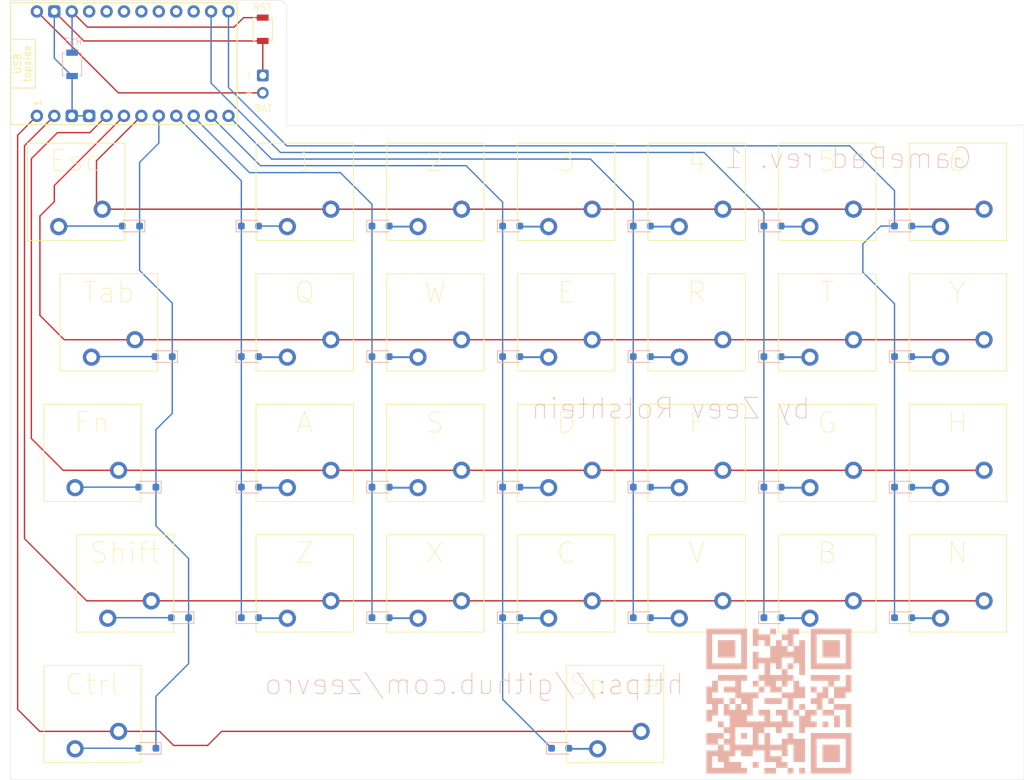
<source format=kicad_pcb>
(kicad_pcb (version 20240108) (generator "pcbnew") (generator_version "8.0")
  (layers (0 "F.Cu" signal) (31 "B.Cu" signal) (34 "B.Paste" user) (35 "F.Paste" user) (36 "B.SilkS" user "B.Silkscreen") (37 "F.SilkS" user "F.Silkscreen") (38 "B.Mask" user) (39 "F.Mask" user) (44 "Edge.Cuts" user))
  (net 0 "")
  (net 1 "Net-(D1-A)")
  (net 2 "/col1")
  (net 3 "/col2")
  (net 4 "Net-(D2-A)")
  (net 5 "Net-(D3-A)")
  (net 6 "/col3")
  (net 7 "/col4")
  (net 8 "Net-(D4-A)")
  (net 9 "/col5")
  (net 10 "Net-(D5-A)")
  (net 11 "/col6")
  (net 12 "Net-(D6-A)")
  (net 13 "Net-(D7-A)")
  (net 14 "/col7")
  (net 15 "Net-(D8-A)")
  (net 16 "Net-(D9-A)")
  (net 17 "Net-(D10-A)")
  (net 18 "Net-(D11-A)")
  (net 19 "Net-(D12-A)")
  (net 20 "Net-(D13-A)")
  (net 21 "Net-(D14-A)")
  (net 22 "Net-(D15-A)")
  (net 23 "Net-(D16-A)")
  (net 24 "Net-(D17-A)")
  (net 25 "Net-(D18-A)")
  (net 26 "Net-(D19-A)")
  (net 27 "Net-(D20-A)")
  (net 28 "Net-(D21-A)")
  (net 29 "Net-(D22-A)")
  (net 30 "Net-(D23-A)")
  (net 31 "Net-(D24-A)")
  (net 32 "Net-(D25-A)")
  (net 33 "Net-(D26-A)")
  (net 34 "Net-(D27-A)")
  (net 35 "Net-(D28-A)")
  (net 36 "Net-(D29-A)")
  (net 37 "Net-(D30-A)")
  (net 38 "/row1")
  (net 39 "/row2")
  (net 40 "/row3")
  (net 41 "/row4")
  (net 42 "/row5")
  (net 43 "Net-(BT1-+)")
  (net 46 "GND")
  (net 48 "Net-(U1-RST)")
  (footprint "MountingHole:MountingHole_3.2mm_M3" (layer "F.Cu") (at 96 60)
    (property "Reference" "MH1" (hide yes))
    (property "Value" "MountingHole_3.2mm_M3" (hide yes))
  )
  (footprint "PCM_Switch_Keyboard_Cherry_MX:SW_Cherry_MX_PCB_1.00u" (layer "F.Cu") (at 150.7236 99.06 180)
    (property "Reference" "SW18" (hide yes))
    (property "Value" "D")
  )
  (footprint "PCM_Switch_Keyboard_Cherry_MX:SW_Cherry_MX_PCB_1.00u" (layer "F.Cu") (at 131.6736 60.96 180)
    (property "Reference" "SW3" (hide yes))
    (property "Value" "2")
  )
  (footprint "PCM_Switch_Keyboard_Cherry_MX:SW_Cherry_MX_PCB_1.00u" (layer "F.Cu") (at 150.7236 60.96 180)
    (property "Reference" "SW4" (hide yes))
    (property "Value" "3")
  )
  (footprint "PCM_Switch_Keyboard_Cherry_MX:SW_Cherry_MX_PCB_1.00u" (layer "F.Cu") (at 207.8736 99.06 180)
    (property "Reference" "SW21" (hide yes))
    (property "Value" "H")
  )
  (footprint "PCM_Switch_Keyboard_Cherry_MX:SW_Cherry_MX_PCB_1.00u" (layer "F.Cu") (at 112.6236 60.96 180)
    (property "Reference" "SW2" (hide yes))
    (property "Value" "1")
  )
  (footprint "PCM_Switch_Keyboard_Cherry_MX:SW_Cherry_MX_PCB_1.00u" (layer "F.Cu") (at 150.7236 118.11 180)
    (property "Reference" "SW25" (hide yes))
    (property "Value" "C")
  )
  (footprint "PCM_Switch_Keyboard_Cherry_MX:SW_Cherry_MX_PCB_1.50u" (layer "F.Cu") (at 84.0486 80.01 180)
    (property "Reference" "SW8" (hide yes))
    (property "Value" "Tab")
  )
  (footprint "PCM_Switch_Keyboard_Cherry_MX:SW_Cherry_MX_PCB_1.00u" (layer "F.Cu") (at 207.8736 60.96 180)
    (property "Reference" "SW7" (hide yes))
    (property "Value" "6")
  )
  (footprint "PCM_Switch_Keyboard_Cherry_MX:SW_Cherry_MX_PCB_1.00u" (layer "F.Cu") (at 188.8236 99.06 180)
    (property "Reference" "SW20" (hide yes))
    (property "Value" "G")
  )
  (footprint "PCM_Switch_Keyboard_Cherry_MX:SW_Cherry_MX_PCB_1.00u" (layer "F.Cu") (at 112.6236 118.11 180)
    (property "Reference" "SW23" (hide yes))
    (property "Value" "Z")
  )
  (footprint "PCM_Switch_Keyboard_Cherry_MX:SW_Cherry_MX_PCB_1.00u" (layer "F.Cu") (at 207.8736 80.01 180)
    (property "Reference" "SW14" (hide yes))
    (property "Value" "Y")
  )
  (footprint "PCM_Switch_Keyboard_Cherry_MX:SW_Cherry_MX_PCB_1.25u" (layer "F.Cu") (at 81.66735 137.16 180)
    (property "Reference" "SW29" (hide yes))
    (property "Value" "Ctrl")
  )
  (footprint "PCM_Switch_Keyboard_Cherry_MX:SW_Cherry_MX_PCB_1.00u" (layer "F.Cu") (at 131.6736 118.11 180)
    (property "Reference" "SW24" (hide yes))
    (property "Value" "X")
  )
  (footprint "PCM_Switch_Keyboard_Cherry_MX:SW_Cherry_MX_PCB_1.00u" (layer "F.Cu") (at 150.7236 80.01 180)
    (property "Reference" "SW11" (hide yes))
    (property "Value" "E")
  )
  (footprint "PCM_Switch_Keyboard_Cherry_MX:SW_Cherry_MX_PCB_1.00u" (layer "F.Cu") (at 169.7736 99.06 180)
    (property "Reference" "SW19" (hide yes))
    (property "Value" "F")
  )
  (footprint "PCM_Switch_Keyboard_Cherry_MX:SW_Cherry_MX_PCB_1.00u" (layer "F.Cu") (at 207.8736 118.11 180)
    (property "Reference" "SW28" (hide yes))
    (property "Value" "N")
  )
  (footprint "PCM_Switch_Keyboard_Cherry_MX:SW_Cherry_MX_PCB_6.25u" (layer "F.Cu") (at 157.86735 137.16 180)
    (property "Reference" "SW30" (hide yes))
    (property "Value" "Space")
  )
  (footprint "PCM_Switch_Keyboard_Cherry_MX:SW_Cherry_MX_PCB_1.00u" (layer "F.Cu") (at 188.8236 80.01 180)
    (property "Reference" "SW13" (hide yes))
    (property "Value" "T")
  )
  (footprint "PCM_Switch_Keyboard_Cherry_MX:SW_Cherry_MX_PCB_1.00u" (layer "F.Cu") (at 112.6236 99.06 180)
    (property "Reference" "SW16" (hide yes))
    (property "Value" "A")
  )
  (footprint "PCM_Switch_Keyboard_Cherry_MX:SW_Cherry_MX_PCB_1.00u" (layer "F.Cu") (at 188.8236 118.11 180)
    (property "Reference" "SW27" (hide yes))
    (property "Value" "B")
  )
  (footprint "PCM_Mounting_Keyboard_Stabilizer:Stabilizer_Cherry_MX_6.25u" (layer "F.Cu") (at 157.86735 137.16 180)
    (property "Reference" "ST30" (hide yes))
    (property "Value" "Stabilizer_Cherry_MX_6.25u")
  )
  (footprint "Button_Switch_SMD:SW_SPST_B3U-1000P" (layer "F.Cu") (at 106.5 37.25 -90)
    (property "Reference" "SWRST2" (hide yes))
    (property "Value" "~" (hide yes))
  )
  (footprint "PCM_Switch_Keyboard_Cherry_MX:SW_Cherry_MX_PCB_1.00u" (layer "F.Cu") (at 169.7736 118.11 180)
    (property "Reference" "SW26" (hide yes))
    (property "Value" "V")
  )
  (footprint "MountingHole:MountingHole_3.2mm_M3" (layer "F.Cu") (at 96 137.25)
    (property "Reference" "MH2" (hide yes))
    (property "Value" "MountingHole_3.2mm_M3" (hide yes))
  )
  (footprint "MountingHole:MountingHole_3.2mm_M3" (layer "F.Cu") (at 198.3232 70.5104)
    (property "Reference" "MH3" (hide yes))
    (property "Value" "MountingHole_3.2mm_M3" (hide yes))
  )
  (footprint "PCM_marbastlib-xp-promicroish:nice_nano_H_USBup" (layer "F.Cu") (at 87.5284 42.2656 90)
    (property "Reference" "U1" (hide yes))
    (property "Value" "nice_nano")
  )
  (footprint "PCM_Switch_Keyboard_Cherry_MX:SW_Cherry_MX_PCB_1.00u" (layer "F.Cu") (at 112.6236 80.01 180)
    (property "Reference" "SW9" (hide yes))
    (property "Value" "Q")
  )
  (footprint "PCM_Switch_Keyboard_Cherry_MX:SW_Cherry_MX_PCB_1.00u" (layer "F.Cu") (at 188.8236 60.96 180)
    (property "Reference" "SW6" (hide yes))
    (property "Value" "5")
  )
  (footprint "PCM_Switch_Keyboard_Cherry_MX:SW_Cherry_MX_PCB_1.00u" (layer "F.Cu") (at 169.7736 80.01 180)
    (property "Reference" "SW12" (hide yes))
    (property "Value" "R")
  )
  (footprint "MountingHole:MountingHole_3.2mm_M3" (layer "F.Cu") (at 200 137.25)
    (property "Reference" "MH3" (hide yes))
    (property "Value" "MountingHole_3.2mm_M3" (hide yes))
  )
  (footprint "PCM_Switch_Keyboard_Cherry_MX:SW_Cherry_MX_PCB_1.25u" (layer "F.Cu") (at 81.66735 99.06 180)
    (property "Reference" "SW15" (hide yes))
    (property "Value" "Fn")
  )
  (footprint "PCM_Switch_Keyboard_Cherry_MX:SW_Cherry_MX_PCB_1.00u" (layer "F.Cu") (at 169.7736 60.96 180)
    (property "Reference" "SW5" (hide yes))
    (property "Value" "4")
  )
  (footprint "Connector_PinHeader_2.54mm:PinHeader_1x02_P2.54mm_Vertical" (layer "F.Cu") (at 106.5 46.525 180)
    (property "Reference" "BT1" (hide yes))
    (property "Value" "3.7V")
  )
  (footprint "PCM_Switch_Keyboard_Cherry_MX:SW_Cherry_MX_PCB_1.00u" (layer "F.Cu") (at 79.2861 60.96 180)
    (property "Reference" "SW1" (hide yes))
    (property "Value" "Esc")
  )
  (footprint "PCM_Switch_Keyboard_Cherry_MX:SW_Cherry_MX_PCB_1.00u" (layer "F.Cu") (at 131.6736 80.01 180)
    (property "Reference" "SW10" (hide yes))
    (property "Value" "W")
  )
  (footprint "PCM_Switch_Keyboard_Cherry_MX:SW_Cherry_MX_PCB_1.75u" (layer "F.Cu") (at 86.42985 118.11 180)
    (property "Reference" "SW22" (hide yes))
    (property "Value" "Shift")
  )
  (footprint "PCM_Switch_Keyboard_Cherry_MX:SW_Cherry_MX_PCB_1.00u" (layer "F.Cu") (at 131.6736 99.06 180)
    (property "Reference" "SW17" (hide yes))
    (property "Value" "S")
  )
  (footprint "Diode_SMD:D_SOD-323_HandSoldering" (layer "B.Cu") (at 87.2861 65.959999 180)
    (property "Reference" "D1" (hide yes))
    (property "Value" "1N4148WS")
  )
  (footprint "Diode_SMD:D_SOD-323_HandSoldering" (layer "B.Cu") (at 142.7236 123.109999)
    (property "Reference" "D25" (hide yes))
    (property "Value" "1N4148WS")
  )
  (footprint "Diode_SMD:D_SOD-323_HandSoldering" (layer "B.Cu") (at 89.66735 142.159999 180)
    (property "Reference" "D29" (hide yes))
    (property "Value" "1N4148WS")
  )
  (footprint "Diode_SMD:D_SOD-323_HandSoldering" (layer "B.Cu") (at 142.7236 65.959999)
    (property "Reference" "D4" (hide yes))
    (property "Value" "1N4148WS")
  )
  (footprint "Diode_SMD:D_SOD-323_HandSoldering" (layer "B.Cu") (at 180.8236 123.109999)
    (property "Reference" "D27" (hide yes))
    (property "Value" "1N4148WS")
  )
  (footprint "Diode_SMD:D_SOD-323_HandSoldering" (layer "B.Cu") (at 199.8736 123.109999)
    (property "Reference" "D28" (hide yes))
    (property "Value" "1N4148WS")
  )
  (footprint "Diode_SMD:D_SOD-323_HandSoldering" (layer "B.Cu") (at 123.6736 85.009999)
    (property "Reference" "D10" (hide yes))
    (property "Value" "1N4148WS")
  )
  (footprint "Diode_SMD:D_SOD-323_HandSoldering" (layer "B.Cu") (at 123.6736 104.059999)
    (property "Reference" "D17" (hide yes))
    (property "Value" "1N4148WS")
  )
  (footprint "Diode_SMD:D_SOD-323_HandSoldering" (layer "B.Cu") (at 104.6236 85.009999)
    (property "Reference" "D9" (hide yes))
    (property "Value" "1N4148WS")
  )
  (footprint "Diode_SMD:D_SOD-323_HandSoldering" (layer "B.Cu") (at 142.7236 85.009999)
    (property "Reference" "D11" (hide yes))
    (property "Value" "1N4148WS")
  )
  (footprint "Diode_SMD:D_SOD-323_HandSoldering" (layer "B.Cu") (at 89.66735 104.059999 180)
    (property "Reference" "D15" (hide yes))
    (property "Value" "1N4148WS")
  )
  (footprint "Diode_SMD:D_SOD-323_HandSoldering" (layer "B.Cu") (at 104.6236 65.96)
    (property "Reference" "D2" (hide yes))
    (property "Value" "1N4148WS")
  )
  (footprint "Diode_SMD:D_SOD-323_HandSoldering" (layer "B.Cu") (at 104.6236 123.109999)
    (property "Reference" "D23" (hide yes))
    (property "Value" "1N4148WS")
  )
  (footprint "Diode_SMD:D_SOD-323_HandSoldering" (layer "B.Cu") (at 161.7736 85.009999)
    (property "Reference" "D12" (hide yes))
    (property "Value" "1N4148WS")
  )
  (footprint "Button_Switch_SMD:SW_SPST_B3U-1000P" (layer "B.Cu") (at 78.6892 42.3672 -90)
    (property "Reference" "SWRST1" (hide yes))
    (property "Value" "~")
  )
  (footprint "Diode_SMD:D_SOD-323_HandSoldering" (layer "B.Cu") (at 199.8736 104.059999)
    (property "Reference" "D21" (hide yes))
    (property "Value" "1N4148WS")
  )
  (footprint "Diode_SMD:D_SOD-323_HandSoldering" (layer "B.Cu") (at 149.86735 142.159999)
    (property "Reference" "D30" (hide yes))
    (property "Value" "1N4148WS")
  )
  (footprint "Diode_SMD:D_SOD-323_HandSoldering" (layer "B.Cu") (at 180.8236 85.009999)
    (property "Reference" "D13" (hide yes))
    (property "Value" "1N4148WS")
  )
  (footprint "Diode_SMD:D_SOD-323_HandSoldering" (layer "B.Cu") (at 123.6736 123.109999)
    (property "Reference" "D24" (hide yes))
    (property "Value" "1N4148WS")
  )
  (footprint "Diode_SMD:D_SOD-323_HandSoldering" (layer "B.Cu") (at 94.42985 123.109999 180)
    (property "Reference" "D22" (hide yes))
    (property "Value" "1N4148WS")
  )
  (footprint "Diode_SMD:D_SOD-323_HandSoldering" (layer "B.Cu") (at 161.7736 123.109999)
    (property "Reference" "D26" (hide yes))
    (property "Value" "1N4148WS")
  )
  (footprint "Diode_SMD:D_SOD-323_HandSoldering" (layer "B.Cu") (at 199.8736 65.959999)
    (property "Reference" "D7" (hide yes))
    (property "Value" "1N4148WS")
  )
  (footprint "Diode_SMD:D_SOD-323_HandSoldering" (layer "B.Cu") (at 123.6736 65.959999)
    (property "Reference" "D3" (hide yes))
    (property "Value" "1N4148WS")
  )
  (footprint "Diode_SMD:D_SOD-323_HandSoldering" (layer "B.Cu") (at 142.7236 104.059999)
    (property "Reference" "D18" (hide yes))
    (property "Value" "1N4148WS")
  )
  (footprint "Diode_SMD:D_SOD-323_HandSoldering" (layer "B.Cu") (at 199.8736 85.009999)
    (property "Reference" "D14" (hide yes))
    (property "Value" "1N4148WS")
  )
  (footprint "Diode_SMD:D_SOD-323_HandSoldering" (layer "B.Cu") (at 161.7736 65.959999)
    (property "Reference" "D5" (hide yes))
    (property "Value" "1N4148WS")
  )
  (footprint "Diode_SMD:D_SOD-323_HandSoldering" (layer "B.Cu") (at 180.8236 104.059999)
    (property "Reference" "D20" (hide yes))
    (property "Value" "1N4148WS")
  )
  (footprint "Diode_SMD:D_SOD-323_HandSoldering" (layer "B.Cu") (at 92.0486 85.009999 180)
    (property "Reference" "D8" (hide yes))
    (property "Value" "1N4148WS")
  )
  (footprint "Diode_SMD:D_SOD-323_HandSoldering" (layer "B.Cu") (at 180.8236 65.959999)
    (property "Reference" "D6" (hide yes))
    (property "Value" "1N4148WS")
  )
  (footprint "LOGO" (layer "B.Cu") (at 181.7624 135.2804 180)
    (property "Reference" "QR" (hide yes))
    (property "Value" "LOGO" (hide yes))
  )
  (footprint "Diode_SMD:D_SOD-323_HandSoldering" (layer "B.Cu") (at 104.6236 104.059999)
    (property "Reference" "D16" (hide yes))
    (property "Value" "1N4148WS")
  )
  (footprint "Diode_SMD:D_SOD-323_HandSoldering" (layer "B.Cu") (at 161.7736 104.059999)
    (property "Reference" "D19" (hide yes))
    (property "Value" "1N4148WS")
  )
  (gr_line (start 217.5 51.25) (end 217.5 146.75) (stroke (width 0.05)) (layer "Edge.Cuts"))
  (gr_line (start 69.75 146.75) (end 69.75 33) (stroke (width 0.05)) (layer "Edge.Cuts"))
  (gr_arc (start 108.75 33) (mid 109.633883 33.366117) (end 110 34.25) (stroke (width 0.05)) (layer "Edge.Cuts"))
  (gr_line (start 69.75 33) (end 108.75 33) (stroke (width 0.05)) (layer "Edge.Cuts"))
  (gr_line (start 110 51.25) (end 217.5 51.25) (stroke (width 0.05)) (layer "Edge.Cuts"))
  (gr_line (start 110 34.25) (end 110 51.25) (stroke (width 0.05)) (layer "Edge.Cuts"))
  (gr_line (start 217.5 146.75) (end 69.75 146.75) (stroke (width 0.05)) (layer "Edge.Cuts"))
  (gr_text "GamePad rev. 1" (at 210.058 57.8104 0) (layer "B.SilkS") (effects (font (size 3 3) (thickness 0.1)) (justify left bottom mirror)))
  (gr_text "by Zeev Rotshtein" (at 186.4868 94.3356 0) (layer "B.SilkS") (effects (font (size 3 3) (thickness 0.1)) (justify left bottom mirror)))
  (gr_text "RST" (at 80.2 39.6 0) (layer "B.SilkS") (effects (font (size 1 1) (thickness 0.1)) (justify left bottom mirror)))
  (gr_text "https://github.com/zeevro" (at 168.0464 134.5692 0) (layer "B.SilkS") (effects (font (size 3 3) (thickness 0.1)) (justify left bottom mirror)))
  (gr_text "1" (at 112.6 58.25 0) (layer "F.SilkS") (effects (font (size 3 3) (thickness 0.1)) (justify bottom)))
  (gr_text "Y" (at 207.8 77.4 0) (layer "F.SilkS") (effects (font (size 3 3) (thickness 0.1)) (justify bottom)))
  (gr_text "Tab" (at 84 77.4 0) (layer "F.SilkS") (effects (font (size 3 3) (thickness 0.1)) (justify bottom)))
  (gr_text "Z" (at 112.6 115.4 0) (layer "F.SilkS") (effects (font (size 3 3) (thickness 0.1)) (justify bottom)))
  (gr_text "4" (at 169.8 58.25 0) (layer "F.SilkS") (effects (font (size 3 3) (thickness 0.1)) (justify bottom)))
  (gr_text "3" (at 150.75 58.25 0) (layer "F.SilkS") (effects (font (size 3 3) (thickness 0.1)) (justify bottom)))
  (gr_text "RST" (at 105 34.6 0) (layer "F.SilkS") (effects (font (size 1 1) (thickness 0.1)) (justify left bottom)))
  (gr_text "V" (at 169.8 115.4 0) (layer "F.SilkS") (effects (font (size 3 3) (thickness 0.1)) (justify bottom)))
  (gr_text "D" (at 150.75 96.4 0) (layer "F.SilkS") (effects (font (size 3 3) (thickness 0.1)) (justify bottom)))
  (gr_text "N" (at 207.8 115.4 0) (layer "F.SilkS") (effects (font (size 3 3) (thickness 0.1)) (justify bottom)))
  (gr_text "2" (at 131.6 58.25 0) (layer "F.SilkS") (effects (font (size 3 3) (thickness 0.1)) (justify bottom)))
  (gr_text "5" (at 188.8 58.25 0) (layer "F.SilkS") (effects (font (size 3 3) (thickness 0.1)) (justify bottom)))
  (gr_text "E" (at 150.75 77.4 0) (layer "F.SilkS") (effects (font (size 3 3) (thickness 0.1)) (justify bottom)))
  (gr_text "Space" (at 157.8 134.6 0) (layer "F.SilkS") (effects (font (size 3 3) (thickness 0.1)) (justify bottom)))
  (gr_text "H" (at 207.8 96.4 0) (layer "F.SilkS") (effects (font (size 3 3) (thickness 0.1)) (justify bottom)))
  (gr_text "W" (at 131.6 77.4 0) (layer "F.SilkS") (effects (font (size 3 3) (thickness 0.1)) (justify bottom)))
  (gr_text "F" (at 169.8 96.4 0) (layer "F.SilkS") (effects (font (size 3 3) (thickness 0.1)) (justify bottom)))
  (gr_text "Esc" (at 79.2 58.2 0) (layer "F.SilkS") (effects (font (size 3 3) (thickness 0.1)) (justify bottom)))
  (gr_text "Shift" (at 86.4 115.4 0) (layer "F.SilkS") (effects (font (size 3 3) (thickness 0.1)) (justify bottom)))
  (gr_text "S" (at 131.6 96.4 0) (layer "F.SilkS") (effects (font (size 3 3) (thickness 0.1)) (justify bottom)))
  (gr_text "X" (at 131.6 115.4 0) (layer "F.SilkS") (effects (font (size 3 3) (thickness 0.1)) (justify bottom)))
  (gr_text "Ctrl" (at 81.6 134.6 0) (layer "F.SilkS") (effects (font (size 3 3) (thickness 0.1)) (justify bottom)))
  (gr_text "A" (at 112.6 96.4 0) (layer "F.SilkS") (effects (font (size 3 3) (thickness 0.1)) (justify bottom)))
  (gr_text "G" (at 188.8 96.4 0) (layer "F.SilkS") (effects (font (size 3 3) (thickness 0.1)) (justify bottom)))
  (gr_text "R" (at 169.8 77.4 0) (layer "F.SilkS") (effects (font (size 3 3) (thickness 0.1)) (justify bottom)))
  (gr_text "Q" (at 112.6 77.4 0) (layer "F.SilkS") (effects (font (size 3 3) (thickness 0.1)) (justify bottom)))
  (gr_text "T" (at 188.8 77.4 0) (layer "F.SilkS") (effects (font (size 3 3) (thickness 0.1)) (justify bottom)))
  (gr_text "BAT" (at 105.2 49.4 0) (layer "F.SilkS") (effects (font (size 1 1) (thickness 0.1)) (justify left bottom)))
  (gr_text "Fn" (at 81.6 96.4 0) (layer "F.SilkS") (effects (font (size 3 3) (thickness 0.1)) (justify bottom)))
  (gr_text "B" (at 188.8 115.4 0) (layer "F.SilkS") (effects (font (size 3 3) (thickness 0.1)) (justify bottom)))
  (gr_text "C" (at 150.75 115.4 0) (layer "F.SilkS") (effects (font (size 3 3) (thickness 0.1)) (justify bottom)))
  (gr_text "6" (at 207.8 58.25 0) (layer "F.SilkS") (effects (font (size 3 3) (thickness 0.1)) (justify bottom)))
  (segment (start 76.826101 65.959999) (end 76.7461 66.04) (width 0.2) (layer "B.Cu") (net 1))
  (segment (start 86.0361 65.959999) (end 76.826101 65.959999) (width 0.2) (layer "B.Cu") (net 1))
  (segment (start 95.67985 129.82015) (end 95.67985 123.109999) (width 0.2) (layer "B.Cu") (net 2))
  (segment (start 91.3384 49.8856) (end 91.3384 53.8616) (width 0.2) (layer "B.Cu") (net 2))
  (segment (start 90.91735 142.159999) (end 90.91735 134.58265) (width 0.2) (layer "B.Cu") (net 2))
  (segment (start 90.91735 134.58265) (end 95.67985 129.82015) (width 0.2) (layer "B.Cu") (net 2))
  (segment (start 90.91735 104.059999) (end 90.933851 104.059999) (width 0.2) (layer "B.Cu") (net 2))
  (segment (start 93.2986 77.195) (end 88.5361 72.4325) (width 0.2) (layer "B.Cu") (net 2))
  (segment (start 91.3384 53.8616) (end 88.5361 56.6639) (width 0.2) (layer "B.Cu") (net 2))
  (segment (start 93.2986 85.009999) (end 93.321451 85.009999) (width 0.2) (layer "B.Cu") (net 2))
  (segment (start 95.67985 114.47585) (end 90.91735 109.71335) (width 0.2) (layer "B.Cu") (net 2))
  (segment (start 93.2986 85.009999) (end 93.2986 77.195) (width 0.2) (layer "B.Cu") (net 2))
  (segment (start 88.5361 56.6639) (end 88.5361 65.959999) (width 0.2) (layer "B.Cu") (net 2))
  (segment (start 95.67985 123.109999) (end 95.67985 114.47585) (width 0.2) (layer "B.Cu") (net 2))
  (segment (start 90.91735 109.71335) (end 90.91735 104.059999) (width 0.2) (layer "B.Cu") (net 2))
  (segment (start 88.5361 72.4325) (end 88.5361 65.959999) (width 0.2) (layer "B.Cu") (net 2))
  (segment (start 90.91735 104.059999) (end 90.91735 95.67105) (width 0.2) (layer "B.Cu") (net 2))
  (segment (start 90.91735 95.67105) (end 93.2986 93.2898) (width 0.2) (layer "B.Cu") (net 2))
  (segment (start 93.2986 93.2898) (end 93.2986 85.009999) (width 0.2) (layer "B.Cu") (net 2))
  (segment (start 103.3736 104.059999) (end 103.3736 123.109999) (width 0.2) (layer "B.Cu") (net 3))
  (segment (start 103.3736 65.96) (end 103.3736 59.3736) (width 0.2) (layer "B.Cu") (net 3))
  (segment (start 103.3736 59.3736) (end 93.8856 49.8856) (width 0.2) (layer "B.Cu") (net 3))
  (segment (start 103.3736 85.009999) (end 103.3736 104.059999) (width 0.2) (layer "B.Cu") (net 3))
  (segment (start 103.3736 65.96) (end 103.3736 85.009999) (width 0.2) (layer "B.Cu") (net 3))
  (segment (start 93.8856 49.8856) (end 93.8784 49.8856) (width 0.2) (layer "B.Cu") (net 3))
  (segment (start 109.9528 65.96) (end 105.8736 65.96) (width 0.2) (layer "B.Cu") (net 4))
  (segment (start 110.0328 66.04) (end 109.9528 65.96) (width 0.2) (layer "B.Cu") (net 4))
  (segment (start 110.0836 66.04) (end 110.0328 66.04) (width 0.2) (layer "B.Cu") (net 4))
  (segment (start 125.003601 66.04) (end 124.9236 65.959999) (width 0.25) (layer "B.Cu") (net 5))
  (segment (start 129.1336 66.04) (end 125.003601 66.04) (width 0.25) (layer "B.Cu") (net 5))
  (segment (start 129.1336 66.04) (end 125.003601 66.04) (width 0.25) (layer "B.Cu") (net 5))
  (segment (start 125.003601 66.04) (end 124.9236 65.959999) (width 0.25) (layer "B.Cu") (net 5))
  (segment (start 122.4236 85.009999) (end 122.4236 65.959999) (width 0.2) (layer "B.Cu") (net 6))
  (segment (start 117.8052 58.166) (end 104.566 58.166) (width 0.2) (layer "B.Cu") (net 6))
  (segment (start 96.4184 50.0184) (end 96.4184 49.8856) (width 0.2) (layer "B.Cu") (net 6))
  (segment (start 104.566 58.166) (end 96.4184 50.0184) (width 0.2) (layer "B.Cu") (net 6))
  (segment (start 122.4236 123.109999) (end 122.4236 104.059999) (width 0.2) (layer "B.Cu") (net 6))
  (segment (start 122.4236 62.7844) (end 117.8052 58.166) (width 0.2) (layer "B.Cu") (net 6))
  (segment (start 122.4236 104.059999) (end 122.4236 85.009999) (width 0.2) (layer "B.Cu") (net 6))
  (segment (start 122.4236 65.959999) (end 122.4236 62.7844) (width 0.2) (layer "B.Cu") (net 6))
  (segment (start 141.4736 65.959999) (end 141.4736 62.4796) (width 0.2) (layer "B.Cu") (net 7))
  (segment (start 98.9584 49.9584) (end 98.9584 49.8856) (width 0.2) (layer "B.Cu") (net 7))
  (segment (start 141.4736 123.109999) (end 141.4736 135.016249) (width 0.2) (layer "B.Cu") (net 7))
  (segment (start 141.4736 85.009999) (end 141.4736 104.059999) (width 0.2) (layer "B.Cu") (net 7))
  (segment (start 136.144 57.15) (end 106.15 57.15) (width 0.2) (layer "B.Cu") (net 7))
  (segment (start 141.4736 62.4796) (end 136.144 57.15) (width 0.2) (layer "B.Cu") (net 7))
  (segment (start 141.4736 135.016249) (end 148.61735 142.159999) (width 0.2) (layer "B.Cu") (net 7))
  (segment (start 141.4736 65.959999) (end 141.4736 85.009999) (width 0.2) (layer "B.Cu") (net 7))
  (segment (start 106.15 57.15) (end 98.9584 49.9584) (width 0.2) (layer "B.Cu") (net 7))
  (segment (start 141.4736 104.059999) (end 141.4736 123.109999) (width 0.2) (layer "B.Cu") (net 7))
  (segment (start 144.053601 66.04) (end 143.9736 65.959999) (width 0.25) (layer "B.Cu") (net 8))
  (segment (start 148.1836 66.04) (end 144.053601 66.04) (width 0.25) (layer "B.Cu") (net 8))
  (segment (start 148.1836 66.04) (end 144.053601 66.04) (width 0.25) (layer "B.Cu") (net 8))
  (segment (start 144.053601 66.04) (end 143.9736 65.959999) (width 0.25) (layer "B.Cu") (net 8))
  (segment (start 160.5236 62.4288) (end 160.5236 65.959999) (width 0.2) (layer "B.Cu") (net 9))
  (segment (start 107.7848 56.1848) (end 154.2796 56.1848) (width 0.2) (layer "B.Cu") (net 9))
  (segment (start 154.2796 56.1848) (end 160.5236 62.4288) (width 0.2) (layer "B.Cu") (net 9))
  (segment (start 160.5236 65.959999) (end 160.5236 85.009999) (width 0.2) (layer "B.Cu") (net 9))
  (segment (start 160.5236 104.059999) (end 160.5236 123.109999) (width 0.2) (layer "B.Cu") (net 9))
  (segment (start 101.4984 49.8856) (end 101.4984 49.8984) (width 0.2) (layer "B.Cu") (net 9))
  (segment (start 160.5236 85.009999) (end 160.5236 104.059999) (width 0.2) (layer "B.Cu") (net 9))
  (segment (start 101.4984 49.8984) (end 107.7848 56.1848) (width 0.2) (layer "B.Cu") (net 9))
  (segment (start 167.2336 66.04) (end 163.103601 66.04) (width 0.25) (layer "B.Cu") (net 10))
  (segment (start 167.2336 66.04) (end 163.103601 66.04) (width 0.25) (layer "B.Cu") (net 10))
  (segment (start 163.103601 66.04) (end 163.0236 65.959999) (width 0.25) (layer "B.Cu") (net 10))
  (segment (start 163.103601 66.04) (end 163.0236 65.959999) (width 0.25) (layer "B.Cu") (net 10))
  (segment (start 98.9584 45.1104) (end 98.9584 34.6456) (width 0.2) (layer "B.Cu") (net 11))
  (segment (start 179.5736 123.109999) (end 179.5736 104.059999) (width 0.2) (layer "B.Cu") (net 11))
  (segment (start 179.5736 104.059999) (end 179.5736 85.009999) (width 0.2) (layer "B.Cu") (net 11))
  (segment (start 179.5736 63.947588) (end 170.845612 55.2196) (width 0.2) (layer "B.Cu") (net 11))
  (segment (start 179.5736 85.009999) (end 179.5736 65.959999) (width 0.2) (layer "B.Cu") (net 11))
  (segment (start 170.845612 55.2196) (end 109.0676 55.2196) (width 0.2) (layer "B.Cu") (net 11))
  (segment (start 109.0676 55.2196) (end 98.9584 45.1104) (width 0.2) (layer "B.Cu") (net 11))
  (segment (start 179.5736 65.959999) (end 179.5736 63.947588) (width 0.2) (layer "B.Cu") (net 11))
  (segment (start 182.153601 66.04) (end 182.0736 65.959999) (width 0.25) (layer "B.Cu") (net 12))
  (segment (start 186.2836 66.04) (end 182.153601 66.04) (width 0.25) (layer "B.Cu") (net 12))
  (segment (start 182.153601 66.04) (end 182.0736 65.959999) (width 0.25) (layer "B.Cu") (net 12))
  (segment (start 186.2836 66.04) (end 182.153601 66.04) (width 0.25) (layer "B.Cu") (net 12))
  (segment (start 205.3336 66.04) (end 201.203601 66.04) (width 0.25) (layer "B.Cu") (net 13))
  (segment (start 201.203601 66.04) (end 201.1236 65.959999) (width 0.25) (layer "B.Cu") (net 13))
  (segment (start 201.203601 66.04) (end 201.1236 65.959999) (width 0.25) (layer "B.Cu") (net 13))
  (segment (start 205.3336 66.04) (end 201.203601 66.04) (width 0.25) (layer "B.Cu") (net 13))
  (segment (start 198.6236 65.959999) (end 196.625201 65.959999) (width 0.2) (layer "B.Cu") (net 14))
  (segment (start 110.0044 54.2544) (end 101.4984 45.7484) (width 0.2) (layer "B.Cu") (net 14))
  (segment (start 198.6236 77.3132) (end 198.6236 85.009999) (width 0.2) (layer "B.Cu") (net 14))
  (segment (start 194.0052 72.6948) (end 198.6236 77.3132) (width 0.2) (layer "B.Cu") (net 14))
  (segment (start 198.6236 65.959999) (end 198.6236 60.8032) (width 0.2) (layer "B.Cu") (net 14))
  (segment (start 198.6236 60.8032) (end 192.0748 54.2544) (width 0.2) (layer "B.Cu") (net 14))
  (segment (start 194.0052 68.58) (end 194.0052 72.6948) (width 0.2) (layer "B.Cu") (net 14))
  (segment (start 198.6236 104.059999) (end 198.6236 123.109999) (width 0.2) (layer "B.Cu") (net 14))
  (segment (start 198.6236 85.009999) (end 198.6236 104.059999) (width 0.2) (layer "B.Cu") (net 14))
  (segment (start 101.4984 45.7484) (end 101.4984 34.6456) (width 0.2) (layer "B.Cu") (net 14))
  (segment (start 192.0748 54.2544) (end 110.0044 54.2544) (width 0.2) (layer "B.Cu") (net 14))
  (segment (start 196.625201 65.959999) (end 194.0052 68.58) (width 0.2) (layer "B.Cu") (net 14))
  (segment (start 90.7986 85.009999) (end 81.588601 85.009999) (width 0.2) (layer "B.Cu") (net 15))
  (segment (start 81.588601 85.009999) (end 81.5086 85.09) (width 0.2) (layer "B.Cu") (net 15))
  (segment (start 105.953601 85.09) (end 105.8736 85.009999) (width 0.25) (layer "B.Cu") (net 16))
  (segment (start 110.0836 85.09) (end 105.953601 85.09) (width 0.25) (layer "B.Cu") (net 16))
  (segment (start 105.953601 85.09) (end 105.8736 85.009999) (width 0.25) (layer "B.Cu") (net 16))
  (segment (start 110.0836 85.09) (end 105.953601 85.09) (width 0.25) (layer "B.Cu") (net 16))
  (segment (start 125.003601 85.09) (end 124.9236 85.009999) (width 0.25) (layer "B.Cu") (net 17))
  (segment (start 125.003601 85.09) (end 124.9236 85.009999) (width 0.25) (layer "B.Cu") (net 17))
  (segment (start 129.1336 85.09) (end 125.003601 85.09) (width 0.25) (layer "B.Cu") (net 17))
  (segment (start 129.1336 85.09) (end 125.003601 85.09) (width 0.25) (layer "B.Cu") (net 17))
  (segment (start 148.1836 85.09) (end 144.053601 85.09) (width 0.25) (layer "B.Cu") (net 18))
  (segment (start 144.053601 85.09) (end 143.9736 85.009999) (width 0.25) (layer "B.Cu") (net 18))
  (segment (start 148.1836 85.09) (end 144.053601 85.09) (width 0.25) (layer "B.Cu") (net 18))
  (segment (start 144.053601 85.09) (end 143.9736 85.009999) (width 0.25) (layer "B.Cu") (net 18))
  (segment (start 167.2336 85.09) (end 163.103601 85.09) (width 0.25) (layer "B.Cu") (net 19))
  (segment (start 163.103601 85.09) (end 163.0236 85.009999) (width 0.25) (layer "B.Cu") (net 19))
  (segment (start 167.2336 85.09) (end 163.103601 85.09) (width 0.25) (layer "B.Cu") (net 19))
  (segment (start 163.103601 85.09) (end 163.0236 85.009999) (width 0.25) (layer "B.Cu") (net 19))
  (segment (start 182.153601 85.09) (end 182.0736 85.009999) (width 0.25) (layer "B.Cu") (net 20))
  (segment (start 182.153601 85.09) (end 182.0736 85.009999) (width 0.25) (layer "B.Cu") (net 20))
  (segment (start 186.2836 85.09) (end 182.153601 85.09) (width 0.25) (layer "B.Cu") (net 20))
  (segment (start 186.2836 85.09) (end 182.153601 85.09) (width 0.25) (layer "B.Cu") (net 20))
  (segment (start 205.3336 85.09) (end 201.203601 85.09) (width 0.25) (layer "B.Cu") (net 21))
  (segment (start 201.203601 85.09) (end 201.1236 85.009999) (width 0.25) (layer "B.Cu") (net 21))
  (segment (start 201.203601 85.09) (end 201.1236 85.009999) (width 0.25) (layer "B.Cu") (net 21))
  (segment (start 205.3336 85.09) (end 201.203601 85.09) (width 0.25) (layer "B.Cu") (net 21))
  (segment (start 79.207351 104.059999) (end 79.12735 104.14) (width 0.2) (layer "B.Cu") (net 22))
  (segment (start 88.41735 104.059999) (end 79.207351 104.059999) (width 0.2) (layer "B.Cu") (net 22))
  (segment (start 105.953601 104.14) (end 105.8736 104.059999) (width 0.25) (layer "B.Cu") (net 23))
  (segment (start 110.0836 104.14) (end 105.953601 104.14) (width 0.25) (layer "B.Cu") (net 23))
  (segment (start 110.0836 104.14) (end 105.953601 104.14) (width 0.25) (layer "B.Cu") (net 23))
  (segment (start 105.953601 104.14) (end 105.8736 104.059999) (width 0.25) (layer "B.Cu") (net 23))
  (segment (start 125.003601 104.14) (end 124.9236 104.059999) (width 0.25) (layer "B.Cu") (net 24))
  (segment (start 125.003601 104.14) (end 124.9236 104.059999) (width 0.25) (layer "B.Cu") (net 24))
  (segment (start 129.1336 104.14) (end 125.003601 104.14) (width 0.25) (layer "B.Cu") (net 24))
  (segment (start 129.1336 104.14) (end 125.003601 104.14) (width 0.25) (layer "B.Cu") (net 24))
  (segment (start 148.1836 104.14) (end 144.053601 104.14) (width 0.25) (layer "B.Cu") (net 25))
  (segment (start 148.1836 104.14) (end 144.053601 104.14) (width 0.25) (layer "B.Cu") (net 25))
  (segment (start 144.053601 104.14) (end 143.9736 104.059999) (width 0.25) (layer "B.Cu") (net 25))
  (segment (start 144.053601 104.14) (end 143.9736 104.059999) (width 0.25) (layer "B.Cu") (net 25))
  (segment (start 167.2336 104.14) (end 163.103601 104.14) (width 0.25) (layer "B.Cu") (net 26))
  (segment (start 163.103601 104.14) (end 163.0236 104.059999) (width 0.25) (layer "B.Cu") (net 26))
  (segment (start 163.103601 104.14) (end 163.0236 104.059999) (width 0.25) (layer "B.Cu") (net 26))
  (segment (start 167.2336 104.14) (end 163.103601 104.14) (width 0.25) (layer "B.Cu") (net 26))
  (segment (start 186.2836 104.14) (end 182.153601 104.14) (width 0.25) (layer "B.Cu") (net 27))
  (segment (start 182.153601 104.14) (end 182.0736 104.059999) (width 0.25) (layer "B.Cu") (net 27))
  (segment (start 186.2836 104.14) (end 182.153601 104.14) (width 0.25) (layer "B.Cu") (net 27))
  (segment (start 182.153601 104.14) (end 182.0736 104.059999) (width 0.25) (layer "B.Cu") (net 27))
  (segment (start 201.203601 104.14) (end 201.1236 104.059999) (width 0.25) (layer "B.Cu") (net 28))
  (segment (start 205.3336 104.14) (end 201.203601 104.14) (width 0.25) (layer "B.Cu") (net 28))
  (segment (start 205.3336 104.14) (end 201.203601 104.14) (width 0.25) (layer "B.Cu") (net 28))
  (segment (start 201.203601 104.14) (end 201.1236 104.059999) (width 0.25) (layer "B.Cu") (net 28))
  (segment (start 83.969851 123.109999) (end 83.88985 123.19) (width 0.2) (layer "B.Cu") (net 29))
  (segment (start 93.17985 123.109999) (end 83.969851 123.109999) (width 0.2) (layer "B.Cu") (net 29))
  (segment (start 110.0836 123.19) (end 105.953601 123.19) (width 0.25) (layer "B.Cu") (net 30))
  (segment (start 105.953601 123.19) (end 105.8736 123.109999) (width 0.25) (layer "B.Cu") (net 30))
  (segment (start 110.0836 123.19) (end 105.953601 123.19) (width 0.25) (layer "B.Cu") (net 30))
  (segment (start 105.953601 123.19) (end 105.8736 123.109999) (width 0.25) (layer "B.Cu") (net 30))
  (segment (start 125.003601 123.19) (end 124.9236 123.109999) (width 0.25) (layer "B.Cu") (net 31))
  (segment (start 129.1336 123.19) (end 125.003601 123.19) (width 0.25) (layer "B.Cu") (net 31))
  (segment (start 129.1336 123.19) (end 125.003601 123.19) (width 0.25) (layer "B.Cu") (net 31))
  (segment (start 125.003601 123.19) (end 124.9236 123.109999) (width 0.25) (layer "B.Cu") (net 31))
  (segment (start 144.053601 123.19) (end 143.9736 123.109999) (width 0.25) (layer "B.Cu") (net 32))
  (segment (start 148.1836 123.19) (end 144.053601 123.19) (width 0.25) (layer "B.Cu") (net 32))
  (segment (start 144.053601 123.19) (end 143.9736 123.109999) (width 0.25) (layer "B.Cu") (net 32))
  (segment (start 148.1836 123.19) (end 144.053601 123.19) (width 0.25) (layer "B.Cu") (net 32))
  (segment (start 167.2336 123.19) (end 163.103601 123.19) (width 0.25) (layer "B.Cu") (net 33))
  (segment (start 163.103601 123.19) (end 163.0236 123.109999) (width 0.25) (layer "B.Cu") (net 33))
  (segment (start 167.2336 123.19) (end 163.103601 123.19) (width 0.25) (layer "B.Cu") (net 33))
  (segment (start 163.103601 123.19) (end 163.0236 123.109999) (width 0.25) (layer "B.Cu") (net 33))
  (segment (start 182.153601 123.19) (end 182.0736 123.109999) (width 0.25) (layer "B.Cu") (net 34))
  (segment (start 186.2836 123.19) (end 182.153601 123.19) (width 0.25) (layer "B.Cu") (net 34))
  (segment (start 186.2836 123.19) (end 182.153601 123.19) (width 0.25) (layer "B.Cu") (net 34))
  (segment (start 182.153601 123.19) (end 182.0736 123.109999) (width 0.25) (layer "B.Cu") (net 34))
  (segment (start 205.3336 123.19) (end 201.203601 123.19) (width 0.25) (layer "B.Cu") (net 35))
  (segment (start 201.203601 123.19) (end 201.1236 123.109999) (width 0.25) (layer "B.Cu") (net 35))
  (segment (start 205.3336 123.19) (end 201.203601 123.19) (width 0.25) (layer "B.Cu") (net 35))
  (segment (start 201.203601 123.19) (end 201.1236 123.109999) (width 0.25) (layer "B.Cu") (net 35))
  (segment (start 88.41735 142.159999) (end 79.207351 142.159999) (width 0.2) (layer "B.Cu") (net 36))
  (segment (start 79.207351 142.159999) (end 79.12735 142.24) (width 0.2) (layer "B.Cu") (net 36))
  (segment (start 151.197351 142.24) (end 151.11735 142.159999) (width 0.25) (layer "B.Cu") (net 37))
  (segment (start 155.32735 142.24) (end 151.197351 142.24) (width 0.25) (layer "B.Cu") (net 37))
  (segment (start 155.32735 142.24) (end 151.197351 142.24) (width 0.25) (layer "B.Cu") (net 37))
  (segment (start 151.197351 142.24) (end 151.11735 142.159999) (width 0.25) (layer "B.Cu") (net 37))
  (segment (start 135.4836 63.5) (end 154.5336 63.5) (width 0.2) (layer "F.Cu") (net 38))
  (segment (start 83.0961 63.5) (end 82.5 62.9039) (width 0.2) (layer "F.Cu") (net 38))
  (segment (start 82.25 56.434) (end 88.7984 49.8856) (width 0.2) (layer "F.Cu") (net 38))
  (segment (start 192.6336 63.5) (end 211.6836 63.5) (width 0.2) (layer "F.Cu") (net 38))
  (segment (start 154.5336 63.5) (end 173.5836 63.5) (width 0.2) (layer "F.Cu") (net 38))
  (segment (start 123.4821 63.5) (end 135.4836 63.5) (width 0.2) (layer "F.Cu") (net 38))
  (segment (start 173.5836 63.5) (end 192.6336 63.5) (width 0.2) (layer "F.Cu") (net 38))
  (segment (start 82.25 62.6539) (end 82.25 56.434) (width 0.2) (layer "F.Cu") (net 38))
  (segment (start 83.0961 63.5) (end 82.25 62.6539) (width 0.2) (layer "F.Cu") (net 38))
  (segment (start 116.4336 63.5) (end 83.0961 63.5) (width 0.2) (layer "F.Cu") (net 38))
  (segment (start 88.7984 49.9516) (end 88.7984 49.8856) (width 0.2) (layer "F.Cu") (net 38))
  (segment (start 116.4336 63.5) (end 123.4821 63.5) (width 0.2) (layer "F.Cu") (net 38))
  (segment (start 76.0984 62.4016) (end 76.0984 60.0456) (width 0.2) (layer "F.Cu") (net 39))
  (segment (start 76.0984 60.0456) (end 86.2584 49.8856) (width 0.2) (layer "F.Cu") (net 39))
  (segment (start 74 79) (end 74 64.5) (width 0.2) (layer "F.Cu") (net 39))
  (segment (start 87.8586 82.55) (end 77.55 82.55) (width 0.2) (layer "F.Cu") (net 39))
  (segment (start 77.55 82.55) (end 74 79) (width 0.2) (layer "F.Cu") (net 39))
  (segment (start 154.5336 82.55) (end 173.5836 82.55) (width 0.2) (layer "F.Cu") (net 39))
  (segment (start 135.4836 82.55) (end 154.5336 82.55) (width 0.2) (layer "F.Cu") (net 39))
  (segment (start 116.4336 82.55) (end 135.4836 82.55) (width 0.2) (layer "F.Cu") (net 39))
  (segment (start 192.6336 82.55) (end 211.6836 82.55) (width 0.2) (layer "F.Cu") (net 39))
  (segment (start 87.8586 82.55) (end 87.4776 82.169) (width 0.2) (layer "F.Cu") (net 39))
  (segment (start 173.5836 82.55) (end 192.6336 82.55) (width 0.2) (layer "F.Cu") (net 39))
  (segment (start 87.8586 82.55) (end 116.4336 82.55) (width 0.2) (layer "F.Cu") (net 39))
  (segment (start 74 64.5) (end 76.0984 62.4016) (width 0.2) (layer "F.Cu") (net 39))
  (segment (start 135.4836 101.6) (end 116.4336 101.6) (width 0.2) (layer "F.Cu") (net 40))
  (segment (start 72.75 56.1296) (end 72.75 96.955062) (width 0.2) (layer "F.Cu") (net 40))
  (segment (start 83.7184 49.8856) (end 81.28 52.324) (width 0.2) (layer "F.Cu") (net 40))
  (segment (start 192.6336 101.6) (end 173.5836 101.6) (width 0.2) (layer "F.Cu") (net 40))
  (segment (start 211.6836 101.6) (end 192.6336 101.6) (width 0.2) (layer "F.Cu") (net 40))
  (segment (start 81.28 52.324) (end 76.5556 52.324) (width 0.2) (layer "F.Cu") (net 40))
  (segment (start 116.4336 101.6) (end 85.47735 101.6) (width 0.2) (layer "F.Cu") (net 40))
  (segment (start 154.5336 101.6) (end 135.4836 101.6) (width 0.2) (layer "F.Cu") (net 40))
  (segment (start 77.394938 101.6) (end 85.47735 101.6) (width 0.2) (layer "F.Cu") (net 40))
  (segment (start 72.75 96.955062) (end 77.394938 101.6) (width 0.2) (layer "F.Cu") (net 40))
  (segment (start 76.5556 52.324) (end 72.75 56.1296) (width 0.2) (layer "F.Cu") (net 40))
  (segment (start 173.5836 101.6) (end 154.5336 101.6) (width 0.2) (layer "F.Cu") (net 40))
  (segment (start 80.8228 120.65) (end 90.23985 120.65) (width 0.2) (layer "F.Cu") (net 41))
  (segment (start 76.0984 49.8856) (end 71.75 54.234) (width 0.2) (layer "F.Cu") (net 41))
  (segment (start 173.5836 120.65) (end 192.6336 120.65) (width 0.2) (layer "F.Cu") (net 41))
  (segment (start 192.6336 120.65) (end 211.6836 120.65) (width 0.2) (layer "F.Cu") (net 41))
  (segment (start 135.4836 120.65) (end 154.5336 120.65) (width 0.2) (layer "F.Cu") (net 41))
  (segment (start 90.23985 120.65) (end 116.4336 120.65) (width 0.2) (layer "F.Cu") (net 41))
  (segment (start 71.75 111.5772) (end 80.8228 120.65) (width 0.2) (layer "F.Cu") (net 41))
  (segment (start 71.75 54.234) (end 71.75 111.5772) (width 0.2) (layer "F.Cu") (net 41))
  (segment (start 154.5336 120.65) (end 173.5836 120.65) (width 0.2) (layer "F.Cu") (net 41))
  (segment (start 116.4336 120.65) (end 135.4836 120.65) (width 0.2) (layer "F.Cu") (net 41))
  (segment (start 70.75 136.4852) (end 73.9648 139.7) (width 0.2) (layer "F.Cu") (net 42))
  (segment (start 70.75 52.694) (end 70.75 136.4852) (width 0.2) (layer "F.Cu") (net 42))
  (segment (start 85.47735 139.7) (end 91.45 139.7) (width 0.2) (layer "F.Cu") (net 42))
  (segment (start 73.9648 139.7) (end 85.47735 139.7) (width 0.2) (layer "F.Cu") (net 42))
  (segment (start 93.5 141.75) (end 98.45 141.75) (width 0.2) (layer "F.Cu") (net 42))
  (segment (start 100.5 139.7) (end 161.67735 139.7) (width 0.2) (layer "F.Cu") (net 42))
  (segment (start 98.45 141.75) (end 100.5 139.7) (width 0.2) (layer "F.Cu") (net 42))
  (segment (start 91.45 139.7) (end 93.5 141.75) (width 0.2) (layer "F.Cu") (net 42))
  (segment (start 73.5584 49.8856) (end 70.75 52.694) (width 0.2) (layer "F.Cu") (net 42))
  (segment (start 106.5 46.525) (end 85.4378 46.525) (width 0.2) (layer "F.Cu") (net 43))
  (segment (start 85.4378 46.525) (end 73.5584 34.6456) (width 0.2) (layer "F.Cu") (net 43))
  (segment (start 80.4028 38.95) (end 76.0984 34.6456) (width 0.2) (layer "F.Cu") (net 46))
  (segment (start 106.5 38.95) (end 80.4028 38.95) (width 0.2) (layer "F.Cu") (net 46))
  (segment (start 106.5 43.985) (end 106.5 38.95) (width 0.2) (layer "F.Cu") (net 46))
  (segment (start 81.1784 49.8856) (end 78.6384 49.8856) (width 0.2) (layer "B.Cu") (net 46))
  (segment (start 78.6892 49.8348) (end 78.6384 49.8856) (width 0.2) (layer "B.Cu") (net 46))
  (segment (start 76.0984 41.4764) (end 78.6892 44.0672) (width 0.2) (layer "B.Cu") (net 46))
  (segment (start 78.6892 44.0672) (end 78.6892 49.8348) (width 0.2) (layer "B.Cu") (net 46))
  (segment (start 76.0984 34.6456) (end 76.0984 41.4764) (width 0.2) (layer "B.Cu") (net 46))
  (segment (start 80.928 36.9352) (end 78.6384 34.6456) (width 0.2) (layer "F.Cu") (net 48))
  (segment (start 103.7 35.55) (end 102.3148 36.9352) (width 0.2) (layer "F.Cu") (net 48))
  (segment (start 106.5 35.55) (end 103.7 35.55) (width 0.2) (layer "F.Cu") (net 48))
  (segment (start 102.3148 36.9352) (end 80.928 36.9352) (width 0.2) (layer "F.Cu") (net 48))
  (segment (start 78.6892 40.6672) (end 78.6892 34.6964) (width 0.2) (layer "B.Cu") (net 48))
  (segment (start 78.6892 34.6964) (end 78.6384 34.6456) (width 0.2) (layer "B.Cu") (net 48))
)
</source>
